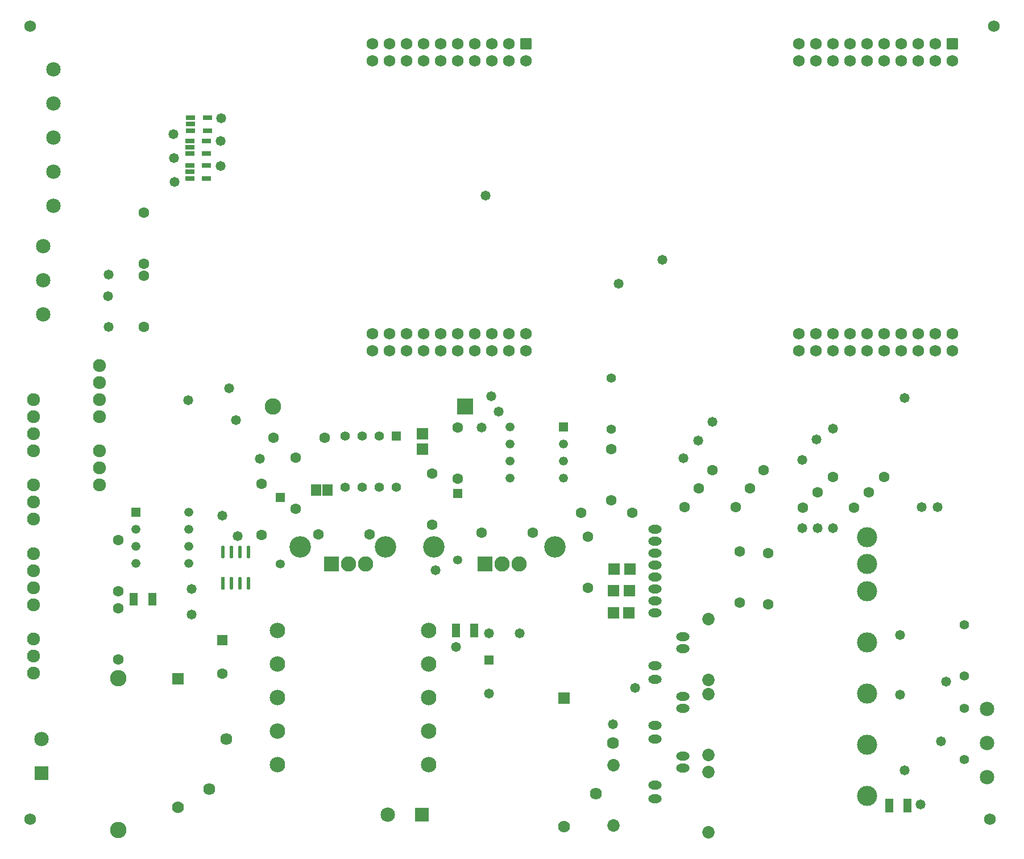
<source format=gts>
G04*
G04 #@! TF.GenerationSoftware,Altium Limited,Altium Designer,21.2.2 (38)*
G04*
G04 Layer_Color=8388736*
%FSLAX25Y25*%
%MOIN*%
G70*
G04*
G04 #@! TF.SameCoordinates,0CC3C9D5-6B2F-423D-8AA3-22EEB0D6369A*
G04*
G04*
G04 #@! TF.FilePolarity,Negative*
G04*
G01*
G75*
%ADD18R,0.06905X0.07111*%
G04:AMPARAMS|DCode=19|XSize=73.78mil|YSize=21.34mil|CornerRadius=10.67mil|HoleSize=0mil|Usage=FLASHONLY|Rotation=90.000|XOffset=0mil|YOffset=0mil|HoleType=Round|Shape=RoundedRectangle|*
%AMROUNDEDRECTD19*
21,1,0.07378,0.00000,0,0,90.0*
21,1,0.05244,0.02134,0,0,90.0*
1,1,0.02134,0.00000,0.02622*
1,1,0.02134,0.00000,-0.02622*
1,1,0.02134,0.00000,-0.02622*
1,1,0.02134,0.00000,0.02622*
%
%ADD19ROUNDEDRECTD19*%
%ADD20R,0.02134X0.07378*%
%ADD22R,0.07111X0.06905*%
%ADD24R,0.05013X0.07965*%
%ADD25R,0.05524X0.03162*%
%ADD26R,0.06115X0.06509*%
%ADD27R,0.04540X0.07493*%
%ADD28R,0.06312X0.06312*%
%ADD29C,0.06312*%
%ADD30C,0.06800*%
%ADD31C,0.09068*%
%ADD32C,0.07591*%
%ADD33C,0.12611*%
%ADD34C,0.08477*%
%ADD35C,0.06902*%
G04:AMPARAMS|DCode=36|XSize=69.02mil|YSize=69.02mil|CornerRadius=5.83mil|HoleSize=0mil|Usage=FLASHONLY|Rotation=180.000|XOffset=0mil|YOffset=0mil|HoleType=Round|Shape=RoundedRectangle|*
%AMROUNDEDRECTD36*
21,1,0.06902,0.05736,0,0,180.0*
21,1,0.05736,0.06902,0,0,180.0*
1,1,0.01166,-0.02868,0.02868*
1,1,0.01166,0.02868,0.02868*
1,1,0.01166,0.02868,-0.02868*
1,1,0.01166,-0.02868,-0.02868*
%
%ADD36ROUNDEDRECTD36*%
%ADD37C,0.08950*%
%ADD38R,0.08950X0.08950*%
%ADD39R,0.05249X0.05249*%
%ADD40C,0.05249*%
%ADD41C,0.05524*%
%ADD42O,0.07874X0.05118*%
%ADD43C,0.11811*%
%ADD44C,0.07296*%
%ADD45C,0.05328*%
%ADD46R,0.05328X0.05328*%
%ADD47R,0.08477X0.08477*%
%ADD48C,0.09658*%
%ADD49R,0.09658X0.09658*%
%ADD50R,0.05524X0.05524*%
%ADD51C,0.05820*%
%ADD52R,0.05820X0.05820*%
%ADD53C,0.07060*%
%ADD54C,0.07001*%
%ADD55R,0.07001X0.07001*%
%ADD56R,0.08477X0.08477*%
%ADD57C,0.05800*%
D18*
X359870Y164000D02*
D03*
X369130D02*
D03*
X359564Y151387D02*
D03*
X368825D02*
D03*
X359370Y138500D02*
D03*
X368630D02*
D03*
D19*
X130500Y174000D02*
D03*
X135500D02*
D03*
X140500D02*
D03*
X145500D02*
D03*
Y155763D02*
D03*
X140500D02*
D03*
X135500D02*
D03*
D20*
X130500D02*
D03*
D22*
X247500Y234370D02*
D03*
Y243630D02*
D03*
D24*
X521067Y25500D02*
D03*
X531933D02*
D03*
X277933Y128000D02*
D03*
X267067D02*
D03*
D25*
X111079Y400740D02*
D03*
Y397000D02*
D03*
Y393260D02*
D03*
X120921D02*
D03*
Y400740D02*
D03*
X111579Y428740D02*
D03*
Y425000D02*
D03*
Y421260D02*
D03*
X121421D02*
D03*
Y428740D02*
D03*
X111079Y415240D02*
D03*
Y411500D02*
D03*
Y407760D02*
D03*
X120921D02*
D03*
Y415240D02*
D03*
D26*
X191748Y210500D02*
D03*
X185252D02*
D03*
D27*
X89012Y146500D02*
D03*
X77988D02*
D03*
D28*
X130000Y122343D02*
D03*
D29*
Y102657D02*
D03*
X433500Y174500D02*
D03*
Y144500D02*
D03*
X450000Y173500D02*
D03*
Y143500D02*
D03*
X439500Y211500D02*
D03*
X409500D02*
D03*
X500500Y200000D02*
D03*
X470500D02*
D03*
X509000Y209000D02*
D03*
X479000D02*
D03*
X84000Y373000D02*
D03*
Y343000D02*
D03*
Y336000D02*
D03*
Y306000D02*
D03*
X358000Y234500D02*
D03*
Y204500D02*
D03*
X417500Y222000D02*
D03*
X447500D02*
D03*
X401000Y200500D02*
D03*
X431000D02*
D03*
X488000Y218000D02*
D03*
X518000D02*
D03*
X173000Y229500D02*
D03*
Y199500D02*
D03*
X282000Y185500D02*
D03*
X312000D02*
D03*
X253000Y220000D02*
D03*
Y190000D02*
D03*
X268000Y247000D02*
D03*
Y217000D02*
D03*
X153000Y214000D02*
D03*
Y184000D02*
D03*
X186500Y184500D02*
D03*
X216500D02*
D03*
X160000Y241000D02*
D03*
X190000D02*
D03*
X340500Y197000D02*
D03*
X370500D02*
D03*
X344500Y183000D02*
D03*
Y153000D02*
D03*
X69000Y141000D02*
D03*
Y111000D02*
D03*
Y181000D02*
D03*
Y151000D02*
D03*
D30*
X17500Y17500D02*
D03*
Y482500D02*
D03*
X580000Y17500D02*
D03*
X582500Y482500D02*
D03*
D31*
X251000Y128055D02*
D03*
Y108370D02*
D03*
Y88685D02*
D03*
Y69000D02*
D03*
Y49315D02*
D03*
X162417D02*
D03*
Y69000D02*
D03*
Y88685D02*
D03*
Y108370D02*
D03*
Y128055D02*
D03*
D32*
X58000Y283500D02*
D03*
Y273500D02*
D03*
Y263500D02*
D03*
Y253500D02*
D03*
Y233500D02*
D03*
Y223500D02*
D03*
Y213500D02*
D03*
X19500Y263500D02*
D03*
Y253500D02*
D03*
Y243500D02*
D03*
Y233500D02*
D03*
Y213500D02*
D03*
Y203500D02*
D03*
Y193500D02*
D03*
X19366Y103000D02*
D03*
Y113000D02*
D03*
Y123000D02*
D03*
Y143000D02*
D03*
Y153000D02*
D03*
Y163000D02*
D03*
Y173000D02*
D03*
D33*
X175654Y177000D02*
D03*
X225654D02*
D03*
X254000D02*
D03*
X325260D02*
D03*
D34*
X31000Y377000D02*
D03*
Y397000D02*
D03*
Y417000D02*
D03*
Y437000D02*
D03*
Y457000D02*
D03*
X25000Y353500D02*
D03*
Y333500D02*
D03*
Y313500D02*
D03*
X578500Y42000D02*
D03*
Y62000D02*
D03*
Y82000D02*
D03*
X227000Y20000D02*
D03*
X24000Y64500D02*
D03*
D35*
X558000Y302000D02*
D03*
X548000D02*
D03*
X538000D02*
D03*
X528000D02*
D03*
X518000D02*
D03*
X508000D02*
D03*
X498000D02*
D03*
X488000D02*
D03*
X478000D02*
D03*
X468000D02*
D03*
X558000Y292000D02*
D03*
X548000D02*
D03*
X538000D02*
D03*
X528000D02*
D03*
X518000D02*
D03*
X508000D02*
D03*
X498000D02*
D03*
X488000D02*
D03*
X478000D02*
D03*
X468000D02*
D03*
X548000Y472000D02*
D03*
X538000D02*
D03*
X528000D02*
D03*
X518000D02*
D03*
X508000D02*
D03*
X498000D02*
D03*
X488000D02*
D03*
X478000D02*
D03*
X468000D02*
D03*
X558000Y462000D02*
D03*
X548000D02*
D03*
X538000D02*
D03*
X528000D02*
D03*
X518000D02*
D03*
X508000D02*
D03*
X498000D02*
D03*
X488000D02*
D03*
X478000D02*
D03*
X468000D02*
D03*
X218000Y302000D02*
D03*
X238000D02*
D03*
X228000D02*
D03*
X238000Y292000D02*
D03*
X248000Y302000D02*
D03*
X268000D02*
D03*
X258000D02*
D03*
X278000D02*
D03*
X298000D02*
D03*
X288000D02*
D03*
X218000Y292000D02*
D03*
X228000D02*
D03*
X258000D02*
D03*
X248000D02*
D03*
X268000D02*
D03*
X288000D02*
D03*
X278000D02*
D03*
X298000D02*
D03*
X308000Y302000D02*
D03*
Y292000D02*
D03*
X218000Y472000D02*
D03*
X248000D02*
D03*
X258000D02*
D03*
X228000D02*
D03*
X238000D02*
D03*
X218000Y462000D02*
D03*
X228000D02*
D03*
X238000D02*
D03*
X248000D02*
D03*
X258000D02*
D03*
X288000Y472000D02*
D03*
X268000D02*
D03*
X278000D02*
D03*
X298000D02*
D03*
X288000Y462000D02*
D03*
X298000D02*
D03*
X268000D02*
D03*
X278000D02*
D03*
X308000D02*
D03*
D36*
X558000Y472000D02*
D03*
X308000D02*
D03*
D37*
X304000Y167000D02*
D03*
X294000D02*
D03*
X214000D02*
D03*
X204000D02*
D03*
D38*
X284000D02*
D03*
X194000D02*
D03*
D39*
X79370Y197500D02*
D03*
X330130Y247500D02*
D03*
D40*
X79370Y187500D02*
D03*
Y177500D02*
D03*
Y167500D02*
D03*
X110630D02*
D03*
Y177500D02*
D03*
Y187500D02*
D03*
Y197500D02*
D03*
X298870Y247500D02*
D03*
Y237500D02*
D03*
Y227500D02*
D03*
Y217500D02*
D03*
X330130D02*
D03*
Y227500D02*
D03*
Y237500D02*
D03*
D41*
X565000Y52500D02*
D03*
Y82500D02*
D03*
Y101500D02*
D03*
Y131500D02*
D03*
X358000Y276000D02*
D03*
Y246000D02*
D03*
X222000Y242000D02*
D03*
X212000D02*
D03*
X202000D02*
D03*
Y212000D02*
D03*
X212000D02*
D03*
X222000D02*
D03*
X232000D02*
D03*
D42*
X383874Y187500D02*
D03*
Y180500D02*
D03*
Y173500D02*
D03*
Y166500D02*
D03*
Y159500D02*
D03*
Y152500D02*
D03*
Y145500D02*
D03*
Y138500D02*
D03*
Y107535D02*
D03*
Y99465D02*
D03*
Y72535D02*
D03*
Y64465D02*
D03*
Y37535D02*
D03*
Y29465D02*
D03*
X400016Y124500D02*
D03*
Y117500D02*
D03*
Y89500D02*
D03*
Y82500D02*
D03*
Y54500D02*
D03*
Y47500D02*
D03*
D43*
X508126Y182748D02*
D03*
Y167000D02*
D03*
Y151252D02*
D03*
Y121252D02*
D03*
Y91252D02*
D03*
Y61252D02*
D03*
Y31252D02*
D03*
D44*
X359500Y49216D02*
D03*
Y13783D02*
D03*
X415000Y45217D02*
D03*
Y9783D02*
D03*
X415000Y90716D02*
D03*
Y55283D02*
D03*
Y134716D02*
D03*
Y99283D02*
D03*
D45*
X164000Y167000D02*
D03*
X268000Y169524D02*
D03*
D46*
X164000Y205976D02*
D03*
X268000Y208500D02*
D03*
D47*
X247000Y20000D02*
D03*
D48*
X159902Y259500D02*
D03*
X69000Y11012D02*
D03*
Y99988D02*
D03*
D49*
X272500Y259500D02*
D03*
D50*
X232000Y242000D02*
D03*
D51*
X286500Y91000D02*
D03*
D52*
Y110685D02*
D03*
D53*
X349158Y32472D02*
D03*
X359000Y62000D02*
D03*
X122500Y35000D02*
D03*
X132343Y64528D02*
D03*
D54*
X330500Y13303D02*
D03*
X104000Y24500D02*
D03*
D55*
X330500Y88500D02*
D03*
X104000Y99697D02*
D03*
D56*
X24000Y44500D02*
D03*
D57*
X138000Y251500D02*
D03*
X539500Y26000D02*
D03*
X267000Y118500D02*
D03*
X530000Y264500D02*
D03*
X292000Y256500D02*
D03*
X112000Y137500D02*
D03*
X63000Y324000D02*
D03*
X63500Y336857D02*
D03*
X139000Y183500D02*
D03*
X134000Y270000D02*
D03*
X287929Y265429D02*
D03*
X282000Y247000D02*
D03*
X152250Y228750D02*
D03*
X112000Y152500D02*
D03*
X110000Y263000D02*
D03*
X63500Y306000D02*
D03*
X304500Y126500D02*
D03*
X286500D02*
D03*
X362500Y331500D02*
D03*
X388000Y345500D02*
D03*
X549500Y200500D02*
D03*
X540000D02*
D03*
X284500Y383000D02*
D03*
X101317Y419201D02*
D03*
X101817Y405201D02*
D03*
X102000Y391000D02*
D03*
X129500Y428500D02*
D03*
X129000Y415000D02*
D03*
X400500Y229000D02*
D03*
X409000Y239500D02*
D03*
X470000Y228000D02*
D03*
X478500Y240000D02*
D03*
X488000Y188000D02*
D03*
X479000D02*
D03*
X470000D02*
D03*
X527500Y125500D02*
D03*
Y90500D02*
D03*
X554500Y98000D02*
D03*
X255000Y163500D02*
D03*
X551500Y63000D02*
D03*
X530000Y46000D02*
D03*
X130000Y195500D02*
D03*
X129000Y400500D02*
D03*
X488000Y246500D02*
D03*
X417500Y250500D02*
D03*
X372000Y94500D02*
D03*
X359000Y73000D02*
D03*
M02*

</source>
